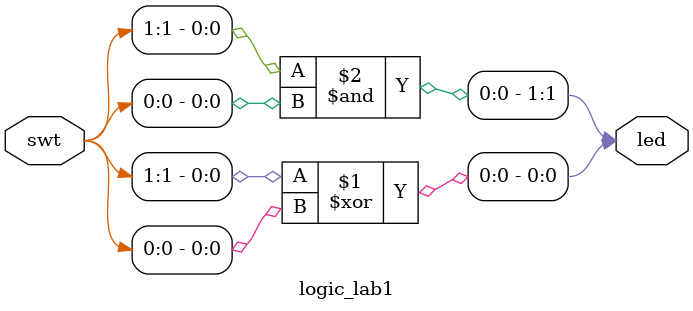
<source format=v>
`timescale 1ns / 1ps

     
module logic_lab1(
    input[1:0]swt,
    output[1:0]led
    );
     
     assign led[0] = swt[1]^swt[0];
     assign led[1] = ~(~(swt[1] & swt[0]));
endmodule

</source>
